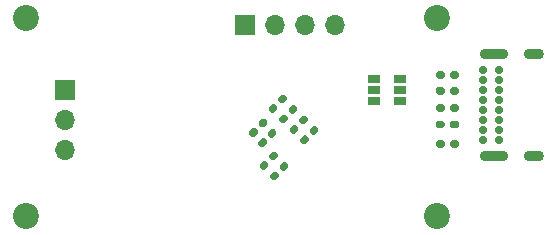
<source format=gbr>
%TF.GenerationSoftware,KiCad,Pcbnew,(5.1.10)-1*%
%TF.CreationDate,2022-11-07T23:21:46+01:00*%
%TF.ProjectId,can2usb,63616e32-7573-4622-9e6b-696361645f70,rev?*%
%TF.SameCoordinates,Original*%
%TF.FileFunction,Soldermask,Bot*%
%TF.FilePolarity,Negative*%
%FSLAX46Y46*%
G04 Gerber Fmt 4.6, Leading zero omitted, Abs format (unit mm)*
G04 Created by KiCad (PCBNEW (5.1.10)-1) date 2022-11-07 23:21:46*
%MOMM*%
%LPD*%
G01*
G04 APERTURE LIST*
%ADD10O,1.700000X1.700000*%
%ADD11R,1.700000X1.700000*%
%ADD12C,2.200000*%
%ADD13R,1.060000X0.650000*%
%ADD14O,1.700000X0.900000*%
%ADD15O,2.400000X0.900000*%
%ADD16C,0.700000*%
G04 APERTURE END LIST*
D10*
%TO.C,J2*%
X116205000Y-84836000D03*
X116205000Y-82296000D03*
D11*
X116205000Y-79756000D03*
%TD*%
D12*
%TO.C,H4*%
X112936000Y-73659000D03*
%TD*%
%TO.C,C4*%
G36*
G01*
X136654978Y-83597819D02*
X136874181Y-83817022D01*
G75*
G02*
X136874181Y-84036226I-109602J-109602D01*
G01*
X136573660Y-84336747D01*
G75*
G02*
X136354456Y-84336747I-109602J109602D01*
G01*
X136135253Y-84117544D01*
G75*
G02*
X136135253Y-83898340I109602J109602D01*
G01*
X136435774Y-83597819D01*
G75*
G02*
X136654978Y-83597819I109602J-109602D01*
G01*
G37*
G36*
G01*
X137457544Y-82795253D02*
X137676747Y-83014456D01*
G75*
G02*
X137676747Y-83233660I-109602J-109602D01*
G01*
X137376226Y-83534181D01*
G75*
G02*
X137157022Y-83534181I-109602J109602D01*
G01*
X136937819Y-83314978D01*
G75*
G02*
X136937819Y-83095774I109602J109602D01*
G01*
X137238340Y-82795253D01*
G75*
G02*
X137457544Y-82795253I109602J-109602D01*
G01*
G37*
%TD*%
D13*
%TO.C,U5*%
X142410000Y-79756000D03*
X142410000Y-78806000D03*
X142410000Y-80706000D03*
X144610000Y-80706000D03*
X144610000Y-79756000D03*
X144610000Y-78806000D03*
%TD*%
%TO.C,RCF2*%
G36*
G01*
X148350000Y-81120000D02*
X148350000Y-81440000D01*
G75*
G02*
X148190000Y-81600000I-160000J0D01*
G01*
X147795000Y-81600000D01*
G75*
G02*
X147635000Y-81440000I0J160000D01*
G01*
X147635000Y-81120000D01*
G75*
G02*
X147795000Y-80960000I160000J0D01*
G01*
X148190000Y-80960000D01*
G75*
G02*
X148350000Y-81120000I0J-160000D01*
G01*
G37*
G36*
G01*
X149545000Y-81120000D02*
X149545000Y-81440000D01*
G75*
G02*
X149385000Y-81600000I-160000J0D01*
G01*
X148990000Y-81600000D01*
G75*
G02*
X148830000Y-81440000I0J160000D01*
G01*
X148830000Y-81120000D01*
G75*
G02*
X148990000Y-80960000I160000J0D01*
G01*
X149385000Y-80960000D01*
G75*
G02*
X149545000Y-81120000I0J-160000D01*
G01*
G37*
%TD*%
%TO.C,RCF1*%
G36*
G01*
X148350000Y-79659500D02*
X148350000Y-79979500D01*
G75*
G02*
X148190000Y-80139500I-160000J0D01*
G01*
X147795000Y-80139500D01*
G75*
G02*
X147635000Y-79979500I0J160000D01*
G01*
X147635000Y-79659500D01*
G75*
G02*
X147795000Y-79499500I160000J0D01*
G01*
X148190000Y-79499500D01*
G75*
G02*
X148350000Y-79659500I0J-160000D01*
G01*
G37*
G36*
G01*
X149545000Y-79659500D02*
X149545000Y-79979500D01*
G75*
G02*
X149385000Y-80139500I-160000J0D01*
G01*
X148990000Y-80139500D01*
G75*
G02*
X148830000Y-79979500I0J160000D01*
G01*
X148830000Y-79659500D01*
G75*
G02*
X148990000Y-79499500I160000J0D01*
G01*
X149385000Y-79499500D01*
G75*
G02*
X149545000Y-79659500I0J-160000D01*
G01*
G37*
%TD*%
%TO.C,R7*%
G36*
G01*
X148350000Y-82517000D02*
X148350000Y-82837000D01*
G75*
G02*
X148190000Y-82997000I-160000J0D01*
G01*
X147795000Y-82997000D01*
G75*
G02*
X147635000Y-82837000I0J160000D01*
G01*
X147635000Y-82517000D01*
G75*
G02*
X147795000Y-82357000I160000J0D01*
G01*
X148190000Y-82357000D01*
G75*
G02*
X148350000Y-82517000I0J-160000D01*
G01*
G37*
G36*
G01*
X149545000Y-82517000D02*
X149545000Y-82837000D01*
G75*
G02*
X149385000Y-82997000I-160000J0D01*
G01*
X148990000Y-82997000D01*
G75*
G02*
X148830000Y-82837000I0J160000D01*
G01*
X148830000Y-82517000D01*
G75*
G02*
X148990000Y-82357000I160000J0D01*
G01*
X149385000Y-82357000D01*
G75*
G02*
X149545000Y-82517000I0J-160000D01*
G01*
G37*
%TD*%
%TO.C,R6*%
G36*
G01*
X148830000Y-78646000D02*
X148830000Y-78326000D01*
G75*
G02*
X148990000Y-78166000I160000J0D01*
G01*
X149385000Y-78166000D01*
G75*
G02*
X149545000Y-78326000I0J-160000D01*
G01*
X149545000Y-78646000D01*
G75*
G02*
X149385000Y-78806000I-160000J0D01*
G01*
X148990000Y-78806000D01*
G75*
G02*
X148830000Y-78646000I0J160000D01*
G01*
G37*
G36*
G01*
X147635000Y-78646000D02*
X147635000Y-78326000D01*
G75*
G02*
X147795000Y-78166000I160000J0D01*
G01*
X148190000Y-78166000D01*
G75*
G02*
X148350000Y-78326000I0J-160000D01*
G01*
X148350000Y-78646000D01*
G75*
G02*
X148190000Y-78806000I-160000J0D01*
G01*
X147795000Y-78806000D01*
G75*
G02*
X147635000Y-78646000I0J160000D01*
G01*
G37*
%TD*%
%TO.C,R1*%
G36*
G01*
X148350000Y-84168000D02*
X148350000Y-84488000D01*
G75*
G02*
X148190000Y-84648000I-160000J0D01*
G01*
X147795000Y-84648000D01*
G75*
G02*
X147635000Y-84488000I0J160000D01*
G01*
X147635000Y-84168000D01*
G75*
G02*
X147795000Y-84008000I160000J0D01*
G01*
X148190000Y-84008000D01*
G75*
G02*
X148350000Y-84168000I0J-160000D01*
G01*
G37*
G36*
G01*
X149545000Y-84168000D02*
X149545000Y-84488000D01*
G75*
G02*
X149385000Y-84648000I-160000J0D01*
G01*
X148990000Y-84648000D01*
G75*
G02*
X148830000Y-84488000I0J160000D01*
G01*
X148830000Y-84168000D01*
G75*
G02*
X148990000Y-84008000I160000J0D01*
G01*
X149385000Y-84008000D01*
G75*
G02*
X149545000Y-84168000I0J-160000D01*
G01*
G37*
%TD*%
D14*
%TO.C,P1*%
X155934500Y-76710500D03*
X155934500Y-85360500D03*
D15*
X152554500Y-76710500D03*
X152554500Y-85360500D03*
D16*
X152924500Y-80610500D03*
X152924500Y-78060500D03*
X152924500Y-78910500D03*
X152924500Y-79760500D03*
X152924500Y-84010500D03*
X152924500Y-82310500D03*
X152924500Y-81460500D03*
X152924500Y-83160500D03*
X151574500Y-78060500D03*
X151574500Y-78910500D03*
X151574500Y-79760500D03*
X151574500Y-80610500D03*
X151574500Y-81460500D03*
X151574500Y-82310500D03*
X151574500Y-83160500D03*
X151574500Y-84010500D03*
%TD*%
D10*
%TO.C,J1*%
X139065000Y-74295000D03*
X136525000Y-74295000D03*
X133985000Y-74295000D03*
D11*
X131445000Y-74295000D03*
%TD*%
D12*
%TO.C,H3*%
X112936000Y-90459000D03*
%TD*%
%TO.C,H2*%
X147736000Y-73659000D03*
%TD*%
%TO.C,H1*%
X147736000Y-90459000D03*
%TD*%
%TO.C,C8*%
G36*
G01*
X133601022Y-83788181D02*
X133381819Y-83568978D01*
G75*
G02*
X133381819Y-83349774I109602J109602D01*
G01*
X133682340Y-83049253D01*
G75*
G02*
X133901544Y-83049253I109602J-109602D01*
G01*
X134120747Y-83268456D01*
G75*
G02*
X134120747Y-83487660I-109602J-109602D01*
G01*
X133820226Y-83788181D01*
G75*
G02*
X133601022Y-83788181I-109602J109602D01*
G01*
G37*
G36*
G01*
X132798456Y-84590747D02*
X132579253Y-84371544D01*
G75*
G02*
X132579253Y-84152340I109602J109602D01*
G01*
X132879774Y-83851819D01*
G75*
G02*
X133098978Y-83851819I109602J-109602D01*
G01*
X133318181Y-84071022D01*
G75*
G02*
X133318181Y-84290226I-109602J-109602D01*
G01*
X133017660Y-84590747D01*
G75*
G02*
X132798456Y-84590747I-109602J109602D01*
G01*
G37*
%TD*%
%TO.C,C7*%
G36*
G01*
X132818739Y-82919464D02*
X132599536Y-82700261D01*
G75*
G02*
X132599536Y-82481057I109602J109602D01*
G01*
X132900057Y-82180536D01*
G75*
G02*
X133119261Y-82180536I109602J-109602D01*
G01*
X133338464Y-82399739D01*
G75*
G02*
X133338464Y-82618943I-109602J-109602D01*
G01*
X133037943Y-82919464D01*
G75*
G02*
X132818739Y-82919464I-109602J109602D01*
G01*
G37*
G36*
G01*
X132016173Y-83722030D02*
X131796970Y-83502827D01*
G75*
G02*
X131796970Y-83283623I109602J109602D01*
G01*
X132097491Y-82983102D01*
G75*
G02*
X132316695Y-82983102I109602J-109602D01*
G01*
X132535898Y-83202305D01*
G75*
G02*
X132535898Y-83421509I-109602J-109602D01*
G01*
X132235377Y-83722030D01*
G75*
G02*
X132016173Y-83722030I-109602J109602D01*
G01*
G37*
%TD*%
%TO.C,C6*%
G36*
G01*
X134596739Y-86602464D02*
X134377536Y-86383261D01*
G75*
G02*
X134377536Y-86164057I109602J109602D01*
G01*
X134678057Y-85863536D01*
G75*
G02*
X134897261Y-85863536I109602J-109602D01*
G01*
X135116464Y-86082739D01*
G75*
G02*
X135116464Y-86301943I-109602J-109602D01*
G01*
X134815943Y-86602464D01*
G75*
G02*
X134596739Y-86602464I-109602J109602D01*
G01*
G37*
G36*
G01*
X133794173Y-87405030D02*
X133574970Y-87185827D01*
G75*
G02*
X133574970Y-86966623I109602J109602D01*
G01*
X133875491Y-86666102D01*
G75*
G02*
X134094695Y-86666102I109602J-109602D01*
G01*
X134313898Y-86885305D01*
G75*
G02*
X134313898Y-87104509I-109602J-109602D01*
G01*
X134013377Y-87405030D01*
G75*
G02*
X133794173Y-87405030I-109602J109602D01*
G01*
G37*
%TD*%
%TO.C,C5*%
G36*
G01*
X133707739Y-85713464D02*
X133488536Y-85494261D01*
G75*
G02*
X133488536Y-85275057I109602J109602D01*
G01*
X133789057Y-84974536D01*
G75*
G02*
X134008261Y-84974536I109602J-109602D01*
G01*
X134227464Y-85193739D01*
G75*
G02*
X134227464Y-85412943I-109602J-109602D01*
G01*
X133926943Y-85713464D01*
G75*
G02*
X133707739Y-85713464I-109602J109602D01*
G01*
G37*
G36*
G01*
X132905173Y-86516030D02*
X132685970Y-86296827D01*
G75*
G02*
X132685970Y-86077623I109602J109602D01*
G01*
X132986491Y-85777102D01*
G75*
G02*
X133205695Y-85777102I109602J-109602D01*
G01*
X133424898Y-85996305D01*
G75*
G02*
X133424898Y-86215509I-109602J-109602D01*
G01*
X133124377Y-86516030D01*
G75*
G02*
X132905173Y-86516030I-109602J109602D01*
G01*
G37*
%TD*%
%TO.C,C3*%
G36*
G01*
X135745695Y-82729102D02*
X135964898Y-82948305D01*
G75*
G02*
X135964898Y-83167509I-109602J-109602D01*
G01*
X135664377Y-83468030D01*
G75*
G02*
X135445173Y-83468030I-109602J109602D01*
G01*
X135225970Y-83248827D01*
G75*
G02*
X135225970Y-83029623I109602J109602D01*
G01*
X135526491Y-82729102D01*
G75*
G02*
X135745695Y-82729102I109602J-109602D01*
G01*
G37*
G36*
G01*
X136548261Y-81926536D02*
X136767464Y-82145739D01*
G75*
G02*
X136767464Y-82364943I-109602J-109602D01*
G01*
X136466943Y-82665464D01*
G75*
G02*
X136247739Y-82665464I-109602J109602D01*
G01*
X136028536Y-82446261D01*
G75*
G02*
X136028536Y-82227057I109602J109602D01*
G01*
X136329057Y-81926536D01*
G75*
G02*
X136548261Y-81926536I109602J-109602D01*
G01*
G37*
%TD*%
%TO.C,C2*%
G36*
G01*
X134856695Y-81840102D02*
X135075898Y-82059305D01*
G75*
G02*
X135075898Y-82278509I-109602J-109602D01*
G01*
X134775377Y-82579030D01*
G75*
G02*
X134556173Y-82579030I-109602J109602D01*
G01*
X134336970Y-82359827D01*
G75*
G02*
X134336970Y-82140623I109602J109602D01*
G01*
X134637491Y-81840102D01*
G75*
G02*
X134856695Y-81840102I109602J-109602D01*
G01*
G37*
G36*
G01*
X135659261Y-81037536D02*
X135878464Y-81256739D01*
G75*
G02*
X135878464Y-81475943I-109602J-109602D01*
G01*
X135577943Y-81776464D01*
G75*
G02*
X135358739Y-81776464I-109602J109602D01*
G01*
X135139536Y-81557261D01*
G75*
G02*
X135139536Y-81338057I109602J109602D01*
G01*
X135440057Y-81037536D01*
G75*
G02*
X135659261Y-81037536I109602J-109602D01*
G01*
G37*
%TD*%
%TO.C,C1*%
G36*
G01*
X133967695Y-80951102D02*
X134186898Y-81170305D01*
G75*
G02*
X134186898Y-81389509I-109602J-109602D01*
G01*
X133886377Y-81690030D01*
G75*
G02*
X133667173Y-81690030I-109602J109602D01*
G01*
X133447970Y-81470827D01*
G75*
G02*
X133447970Y-81251623I109602J109602D01*
G01*
X133748491Y-80951102D01*
G75*
G02*
X133967695Y-80951102I109602J-109602D01*
G01*
G37*
G36*
G01*
X134770261Y-80148536D02*
X134989464Y-80367739D01*
G75*
G02*
X134989464Y-80586943I-109602J-109602D01*
G01*
X134688943Y-80887464D01*
G75*
G02*
X134469739Y-80887464I-109602J109602D01*
G01*
X134250536Y-80668261D01*
G75*
G02*
X134250536Y-80449057I109602J109602D01*
G01*
X134551057Y-80148536D01*
G75*
G02*
X134770261Y-80148536I109602J-109602D01*
G01*
G37*
%TD*%
M02*

</source>
